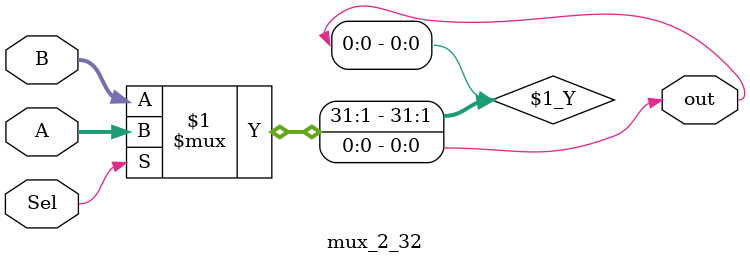
<source format=v>

`ifndef _mux_2_32
`define _mux_2_32

module mux_2_32(
      input [31:0] A, B,
      input Sel,
      output out
    );

    assign out = (Sel)? A : B;
endmodule

`endif

</source>
